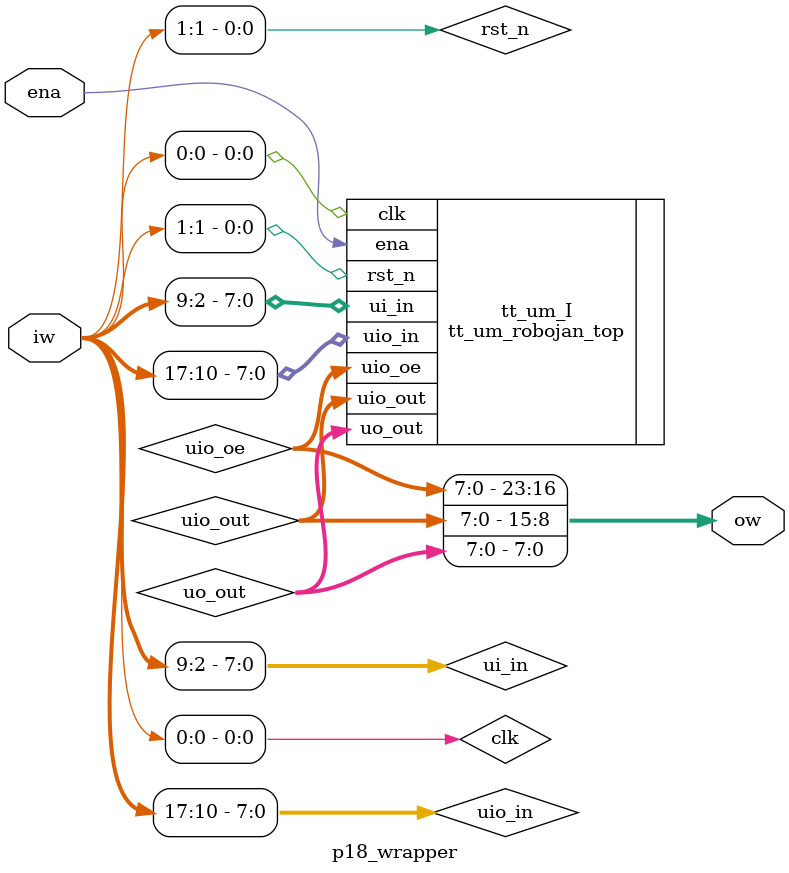
<source format=v>
`default_nettype none

module p18_wrapper (
  input wire ena,
  input wire [17:0] iw,
  output wire [23:0] ow
);

wire [7:0] uio_in;
wire [7:0] uio_out;
wire [7:0] uio_oe;
wire [7:0] uo_out;
wire [7:0] ui_in;
wire clk;
wire rst_n;

assign { uio_in, ui_in, rst_n, clk } = iw;
assign ow = { uio_oe, uio_out, uo_out };

tt_um_robojan_top tt_um_I (
  .uio_in  (uio_in),
  .uio_out (uio_out),
  .uio_oe  (uio_oe),
  .uo_out  (uo_out),
  .ui_in   (ui_in),
  .ena     (ena),
  .clk     (clk),
  .rst_n   (rst_n)
);

endmodule

</source>
